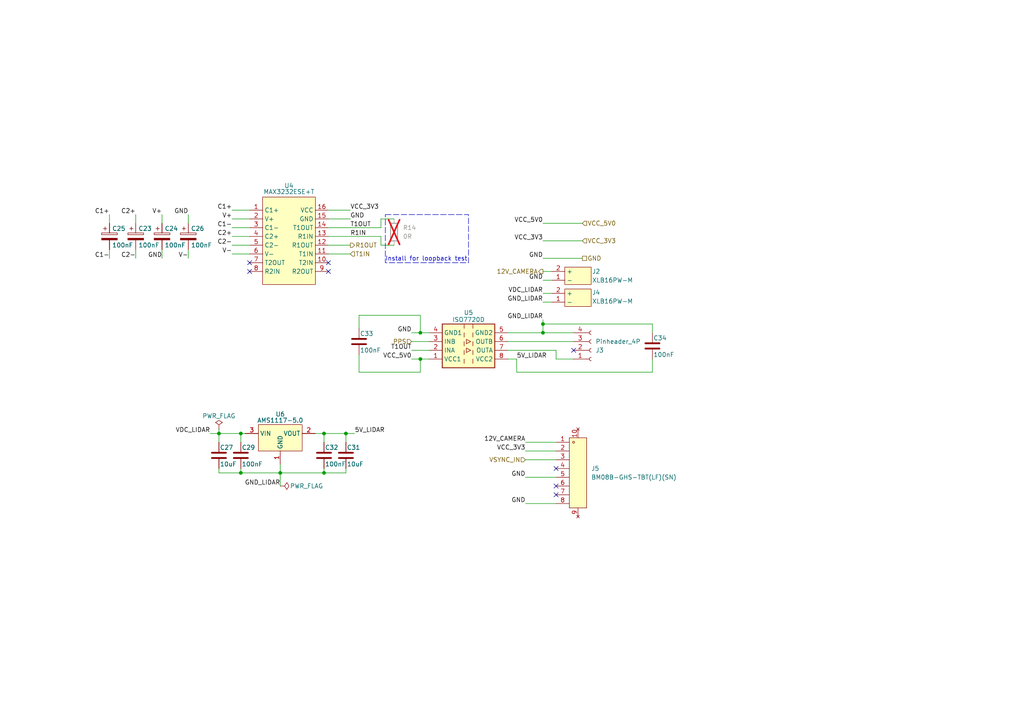
<source format=kicad_sch>
(kicad_sch (version 20250114) (generator "eeschema") (generator_version "9.0")
  (paper "A4")
  (lib_symbols
    (symbol "Connector:Conn_01x04_Socket" (pin_names (offset 1.016) (hide yes))
      (property "Reference" "J" (at 0 5.08 0))
      (property "Value" "Conn_01x04_Socket" (at 0 -7.62 0))
      (symbol "Conn_01x04_Socket_1_1"
        (polyline (pts (xy -1.27 2.54) (xy -0.508 2.54)) (stroke (width 0.1524)))
        (polyline (pts (xy -1.27 0) (xy -0.508 0)) (stroke (width 0.1524)))
        (polyline (pts (xy -1.27 -2.54) (xy -0.508 -2.54)) (stroke (width 0.1524)))
        (polyline (pts (xy -1.27 -5.08) (xy -0.508 -5.08)) (stroke (width 0.1524)))
        (arc (start 0 2.032) (mid -0.5058 2.54) (end 0 3.048) (stroke (width 0.1524)))
        (arc (start 0 -0.508) (mid -0.5058 0) (end 0 0.508) (stroke (width 0.1524)))
        (arc (start 0 -3.048) (mid -0.5058 -2.54) (end 0 -2.032) (stroke (width 0.1524)))
        (arc (start 0 -5.588) (mid -0.5058 -5.08) (end 0 -4.572) (stroke (width 0.1524)))
        (pin passive line (at -5.08 2.54 0) (length 3.81) (name "Pin_1") (number "1"))
        (pin passive line (at -5.08 0 0) (length 3.81) (name "Pin_2") (number "2"))
        (pin passive line (at -5.08 -2.54 0) (length 3.81) (name "Pin_3") (number "3"))
        (pin passive line (at -5.08 -5.08 0) (length 3.81) (name "Pin_4") (number "4"))
      )
    )
    (symbol "Device:C" (pin_numbers (hide yes)) (pin_names (offset 0.254))
      (property "Reference" "C" (at 0.635 2.54 0))
      (property "Value" "C" (at 0.635 -2.54 0))
      (symbol "C_0_1"
        (polyline (pts (xy -2.032 0.762) (xy 2.032 0.762)) (stroke (width 0.508)))
        (polyline (pts (xy -2.032 -0.762) (xy 2.032 -0.762)) (stroke (width 0.508)))
      )
      (symbol "C_1_1"
        (pin passive line (at 0 3.81 270) (length 2.794) (name "~") (number "1"))
        (pin passive line (at 0 -3.81 90) (length 2.794) (name "~") (number "2"))
      )
    )
    (symbol "Device:C_Polarized" (pin_numbers (hide yes)) (pin_names (offset 0.254))
      (property "Reference" "C" (at 0.635 2.54 0))
      (property "Value" "C_Polarized" (at 0.635 -2.54 0))
      (symbol "C_Polarized_0_1"
        (rectangle (start -2.286 0.508) (end 2.286 1.016))
        (polyline (pts (xy -1.778 2.286) (xy -0.762 2.286)))
        (polyline (pts (xy -1.27 2.794) (xy -1.27 1.778)))
        (rectangle (start 2.286 -0.508) (end -2.286 -1.016) (fill (type outline)))
      )
      (symbol "C_Polarized_1_1"
        (pin passive line (at 0 3.81 270) (length 2.794) (name "~") (number "1"))
        (pin passive line (at 0 -3.81 90) (length 2.794) (name "~") (number "2"))
      )
    )
    (symbol "Device:R" (pin_numbers (hide yes)) (pin_names (offset 0))
      (property "Reference" "R" (at 2.032 0 90))
      (property "Value" "R" (at 0 0 90))
      (symbol "R_0_1"
        (rectangle (start -1.016 -2.54) (end 1.016 2.54) (stroke (width 0.254)))
      )
      (symbol "R_1_1"
        (pin passive line (at 0 3.81 270) (length 1.27) (name "~") (number "1"))
        (pin passive line (at 0 -3.81 90) (length 1.27) (name "~") (number "2"))
      )
    )
    (symbol "lidar_camera_sync:AMS1117-5.0"
      (property "Reference" "U" (at 0 7.112 0))
      (property "Value" "AMS1117-5.0" (at 0 5.08 0))
      (symbol "AMS1117-5.0_0_0"
        (pin power_in line (at -10.16 1.27 0) (length 3.81) (name "VIN") (number "3"))
        (pin passive line (at 0 -7.62 90) (length 3.81) (name "GND") (number "1"))
      )
      (symbol "AMS1117-5.0_0_1"
        (rectangle (start -6.35 3.81) (end 6.35 -3.81) (fill (type background)))
      )
      (symbol "AMS1117-5.0_1_0"
        (pin power_out line (at 10.16 1.27 180) (length 3.81) (name "VOUT") (number "2"))
        (pin passive line (at 10.16 1.27 180) (length 3.81) (hide yes) (name "VOUT") (number "4"))
      )
    )
    (symbol "lidar_camera_sync:BM08B-GHS-TBT(LF)(SN)"
      (property "Reference" "J" (at 3.81 9.144 0))
      (property "Value" "BM08B-GHS-TBT(LF)(SN)" (at 15.494 7.112 0))
      (symbol "BM08B-GHS-TBT(LF)(SN)_0_0"
        (pin free line (at -6.35 8.89 0) (length 3.81) (name "") (number "1"))
        (pin free line (at -6.35 6.35 0) (length 3.81) (name "") (number "2"))
        (pin free line (at -6.35 3.81 0) (length 3.81) (name "") (number "3"))
        (pin free line (at -6.35 1.27 0) (length 3.81) (name "") (number "4"))
        (pin free line (at -6.35 -1.27 0) (length 3.81) (name "") (number "5"))
        (pin free line (at -6.35 -3.81 0) (length 3.81) (name "") (number "6"))
        (pin free line (at -6.35 -6.35 0) (length 3.81) (name "") (number "7"))
        (pin free line (at -6.35 -8.89 0) (length 3.81) (name "") (number "8"))
        (pin no_connect line (at 0 12.7 270) (length 2.54) (name "") (number "10"))
        (pin no_connect line (at 0 -12.7 90) (length 2.54) (name "") (number "9"))
      )
      (symbol "BM08B-GHS-TBT(LF)(SN)_0_1"
        (rectangle (start -2.54 10.16) (end 2.54 -10.16) (fill (type background)))
        (circle (center -1.27 8.89) (radius 0.2897) (fill (type color)))
      )
    )
    (symbol "lidar_camera_sync:ISO7720D"
      (property "Reference" "U" (at 0 9.652 0))
      (property "Value" "ISO7720D" (at 0 7.62 0))
      (symbol "ISO7720D_0_1"
        (rectangle (start -7.62 6.35) (end 7.62 -6.35) (stroke (width 0.254)) (fill (type background)))
        (polyline (pts (xy -1.27 5.08) (xy -1.27 3.81)))
        (polyline (pts (xy -1.27 2.54) (xy -1.27 1.27)))
        (polyline (pts (xy -1.27 0) (xy -1.27 -1.27)))
        (polyline (pts (xy -1.27 -2.54) (xy -1.27 -3.81)))
        (polyline (pts (xy -1.27 -5.08) (xy -1.27 -6.35)))
        (polyline (pts (xy -0.635 1.905) (xy -0.635 0.635) (xy 0.635 1.27) (xy -0.635 1.905)))
        (polyline (pts (xy -0.635 -0.635) (xy -0.635 -1.905) (xy 0.635 -1.27) (xy -0.635 -0.635)))
        (polyline (pts (xy 1.27 5.08) (xy 1.27 3.81)))
        (polyline (pts (xy 1.27 2.54) (xy 1.27 1.27)))
        (polyline (pts (xy 1.27 0) (xy 1.27 -1.27)))
        (polyline (pts (xy 1.27 -2.54) (xy 1.27 -3.81)))
        (polyline (pts (xy 1.27 -5.08) (xy 1.27 -6.35)))
      )
      (symbol "ISO7720D_1_1"
        (pin power_in line (at -11.43 3.81 0) (length 3.81) (name "VCC1") (number "1"))
        (pin input line (at -11.43 1.27 0) (length 3.81) (name "INA") (number "2"))
        (pin input line (at -11.43 -1.27 0) (length 3.81) (name "INB") (number "3"))
        (pin power_in line (at -11.43 -3.81 0) (length 3.81) (name "GND1") (number "4"))
        (pin power_in line (at 11.43 3.81 180) (length 3.81) (name "VCC2") (number "8"))
        (pin output line (at 11.43 1.27 180) (length 3.81) (name "OUTA") (number "7"))
        (pin output line (at 11.43 -1.27 180) (length 3.81) (name "OUTB") (number "6"))
        (pin power_in line (at 11.43 -3.81 180) (length 3.81) (name "GND2") (number "5"))
      )
    )
    (symbol "lidar_camera_sync:MAX3232ESE+T"
      (property "Reference" "U" (at -7.112 15.748 0))
      (property "Value" "MAX3232ESE+T" (at -0.508 13.716 0))
      (symbol "MAX3232ESE+T_0_0"
        (pin passive line (at -11.43 8.89 0) (length 3.81) (name "C1+") (number "1"))
        (pin power_out line (at -11.43 6.35 0) (length 3.81) (name "V+") (number "2"))
        (pin passive line (at -11.43 3.81 0) (length 3.81) (name "C1-") (number "3"))
        (pin passive line (at -11.43 1.27 0) (length 3.81) (name "C2+") (number "4"))
        (pin passive line (at -11.43 -1.27 0) (length 3.81) (name "C2-") (number "5"))
        (pin passive line (at -11.43 -3.81 0) (length 3.81) (name "V-") (number "6"))
        (pin output line (at -11.43 -6.35 0) (length 3.81) (name "T2OUT") (number "7"))
        (pin input line (at -11.43 -8.89 0) (length 3.81) (name "R2IN") (number "8"))
        (pin power_in line (at 11.43 8.89 180) (length 3.81) (name "VCC") (number "16"))
        (pin passive line (at 11.43 6.35 180) (length 3.81) (name "GND") (number "15"))
        (pin input line (at 11.43 3.81 180) (length 3.81) (name "T1OUT") (number "14"))
        (pin input line (at 11.43 1.27 180) (length 3.81) (name "R1IN") (number "13"))
        (pin output line (at 11.43 -1.27 180) (length 3.81) (name "R1OUT") (number "12"))
        (pin input line (at 11.43 -3.81 180) (length 3.81) (name "T1IN") (number "11"))
        (pin input line (at 11.43 -6.35 180) (length 3.81) (name "T2IN") (number "10"))
        (pin output line (at 11.43 -8.89 180) (length 3.81) (name "R2OUT") (number "9"))
      )
      (symbol "MAX3232ESE+T_0_1"
        (rectangle (start -7.62 12.7) (end 7.62 -12.7) (fill (type background)))
      )
    )
    (symbol "lidar_camera_sync:XLB16PW-M"
      (property "Reference" "J" (at 0 5.588 0))
      (property "Value" "XLB16PW-M" (at 0 3.81 0))
      (symbol "XLB16PW-M_0_1"
        (rectangle (start -3.81 2.54) (end 3.81 -2.54) (fill (type background)))
      )
      (symbol "XLB16PW-M_1_0"
        (pin free line (at -7.62 1.27 0) (length 3.81) (name "+") (number "2"))
        (pin free line (at -7.62 -1.27 0) (length 3.81) (name "-") (number "1"))
      )
    )
    (symbol "power:PWR_FLAG" (power) (pin_numbers (hide yes)) (pin_names (offset 0) (hide yes))
      (property "Value" "PWR_FLAG" (at 0 3.81 0))
      (symbol "PWR_FLAG_0_0"
        (pin power_out line (at 0 0 90) (length 0) (name "~") (number "1"))
      )
      (symbol "PWR_FLAG_0_1"
        (polyline (pts (xy 0 0) (xy 0 1.27) (xy -1.016 1.905) (xy 0 2.54) (xy 1.016 1.905) (xy 0 1.27)))
      )
    )
  )
  (rectangle (start 111.76 62.23) (end 135.89 76.2) (stroke (width 0) (type dash)))
  (text "Install for loopback test" (at 111.76 74.422 0) (effects (font (size 1.27 1.27)) (justify left top)))
  (junction (at 93.98 125.73))
  (junction (at 93.98 137.16))
  (junction (at 100.33 125.73))
  (junction (at 81.28 137.16))
  (junction (at 69.85 137.16))
  (junction (at 121.92 104.14))
  (junction (at 63.5 125.73))
  (junction (at 69.85 125.73))
  (junction (at 157.48 96.52))
  (junction (at 157.48 93.98))
  (junction (at 121.92 96.52))
  (no_connect (at 166.37 101.6))
  (no_connect (at 95.25 78.74))
  (no_connect (at 72.39 76.2))
  (no_connect (at 72.39 78.74))
  (no_connect (at 161.29 143.51))
  (no_connect (at 161.29 135.89))
  (no_connect (at 161.29 140.97))
  (no_connect (at 95.25 76.2))
  (wire (pts (xy 81.28 137.16) (xy 81.28 140.97)))
  (wire (pts (xy 161.29 101.6) (xy 161.29 104.14)))
  (wire (pts (xy 121.92 107.95) (xy 121.92 104.14)))
  (wire (pts (xy 119.38 101.6) (xy 124.46 101.6)))
  (wire (pts (xy 63.5 125.73) (xy 69.85 125.73)))
  (wire (pts (xy 60.96 125.73) (xy 63.5 125.73)))
  (wire (pts (xy 157.48 96.52) (xy 166.37 96.52)))
  (wire (pts (xy 189.23 96.52) (xy 189.23 93.98)))
  (wire (pts (xy 93.98 125.73) (xy 93.98 128.27)))
  (wire (pts (xy 63.5 125.73) (xy 63.5 128.27)))
  (wire (pts (xy 157.48 81.28) (xy 160.02 81.28)))
  (wire (pts (xy 46.99 62.23) (xy 46.99 64.77)))
  (wire (pts (xy 100.33 125.73) (xy 93.98 125.73)))
  (wire (pts (xy 100.33 135.89) (xy 100.33 137.16)))
  (wire (pts (xy 119.38 104.14) (xy 121.92 104.14)))
  (wire (pts (xy 121.92 104.14) (xy 124.46 104.14)))
  (wire (pts (xy 161.29 104.14) (xy 166.37 104.14)))
  (wire (pts (xy 104.14 107.95) (xy 121.92 107.95)))
  (wire (pts (xy 157.48 64.77) (xy 168.91 64.77)))
  (wire (pts (xy 93.98 135.89) (xy 93.98 137.16)))
  (wire (pts (xy 152.4 138.43) (xy 161.29 138.43)))
  (wire (pts (xy 93.98 125.73) (xy 91.44 125.73)))
  (wire (pts (xy 67.31 63.5) (xy 72.39 63.5)))
  (wire (pts (xy 67.31 73.66) (xy 72.39 73.66)))
  (wire (pts (xy 95.25 71.12) (xy 101.6 71.12)))
  (wire (pts (xy 152.4 133.35) (xy 161.29 133.35)))
  (wire (pts (xy 104.14 91.44) (xy 121.92 91.44)))
  (wire (pts (xy 149.86 107.95) (xy 149.86 104.14)))
  (wire (pts (xy 119.38 96.52) (xy 121.92 96.52)))
  (wire (pts (xy 104.14 102.87) (xy 104.14 107.95)))
  (wire (pts (xy 31.75 74.93) (xy 31.75 72.39)))
  (wire (pts (xy 102.87 125.73) (xy 100.33 125.73)))
  (wire (pts (xy 69.85 137.16) (xy 81.28 137.16)))
  (wire (pts (xy 157.48 93.98) (xy 189.23 93.98)))
  (wire (pts (xy 81.28 134.62) (xy 81.28 137.16)))
  (wire (pts (xy 152.4 130.81) (xy 161.29 130.81)))
  (wire (pts (xy 95.25 66.04) (xy 110.49 66.04)))
  (wire (pts (xy 121.92 91.44) (xy 121.92 96.52)))
  (wire (pts (xy 157.48 69.85) (xy 168.91 69.85)))
  (wire (pts (xy 157.48 87.63) (xy 160.02 87.63)))
  (wire (pts (xy 157.48 74.93) (xy 168.91 74.93)))
  (wire (pts (xy 54.61 62.23) (xy 54.61 64.77)))
  (wire (pts (xy 67.31 60.96) (xy 72.39 60.96)))
  (wire (pts (xy 95.25 60.96) (xy 101.6 60.96)))
  (wire (pts (xy 147.32 99.06) (xy 166.37 99.06)))
  (wire (pts (xy 189.23 104.14) (xy 189.23 107.95)))
  (wire (pts (xy 189.23 107.95) (xy 149.86 107.95)))
  (wire (pts (xy 121.92 96.52) (xy 124.46 96.52)))
  (wire (pts (xy 93.98 137.16) (xy 81.28 137.16)))
  (wire (pts (xy 147.32 96.52) (xy 157.48 96.52)))
  (wire (pts (xy 119.38 99.06) (xy 124.46 99.06)))
  (wire (pts (xy 147.32 104.14) (xy 149.86 104.14)))
  (wire (pts (xy 46.99 72.39) (xy 46.99 74.93)))
  (wire (pts (xy 152.4 128.27) (xy 161.29 128.27)))
  (wire (pts (xy 69.85 135.89) (xy 69.85 137.16)))
  (wire (pts (xy 63.5 135.89) (xy 63.5 137.16)))
  (wire (pts (xy 69.85 125.73) (xy 71.12 125.73)))
  (wire (pts (xy 157.48 93.98) (xy 157.48 96.52)))
  (wire (pts (xy 67.31 71.12) (xy 72.39 71.12)))
  (wire (pts (xy 95.25 73.66) (xy 101.6 73.66)))
  (wire (pts (xy 95.25 68.58) (xy 110.49 68.58)))
  (wire (pts (xy 152.4 146.05) (xy 161.29 146.05)))
  (wire (pts (xy 39.37 74.93) (xy 39.37 72.39)))
  (wire (pts (xy 157.48 85.09) (xy 160.02 85.09)))
  (wire (pts (xy 100.33 128.27) (xy 100.33 125.73)))
  (wire (pts (xy 104.14 95.25) (xy 104.14 91.44)))
  (wire (pts (xy 114.3 63.5) (xy 110.49 63.5)))
  (wire (pts (xy 69.85 125.73) (xy 69.85 128.27)))
  (wire (pts (xy 67.31 66.04) (xy 72.39 66.04)))
  (wire (pts (xy 110.49 63.5) (xy 110.49 66.04)))
  (wire (pts (xy 31.75 62.23) (xy 31.75 64.77)))
  (wire (pts (xy 147.32 101.6) (xy 161.29 101.6)))
  (wire (pts (xy 100.33 137.16) (xy 93.98 137.16)))
  (wire (pts (xy 157.48 92.71) (xy 157.48 93.98)))
  (wire (pts (xy 39.37 62.23) (xy 39.37 64.77)))
  (wire (pts (xy 114.3 71.12) (xy 110.49 71.12)))
  (wire (pts (xy 110.49 71.12) (xy 110.49 68.58)))
  (wire (pts (xy 67.31 68.58) (xy 72.39 68.58)))
  (wire (pts (xy 63.5 137.16) (xy 69.85 137.16)))
  (wire (pts (xy 63.5 124.46) (xy 63.5 125.73)))
  (wire (pts (xy 54.61 72.39) (xy 54.61 74.93)))
  (wire (pts (xy 95.25 63.5) (xy 101.6 63.5)))
  (wire (pts (xy 157.48 78.74) (xy 160.02 78.74)))
  (label "5V_LIDAR" (at 149.86 104.14 0))
  (label "R1IN" (at 101.6 68.58 0))
  (label "V+" (at 46.99 62.23 180))
  (label "VDC_LIDAR" (at 60.96 125.73 180))
  (label "GND" (at 119.38 96.52 180))
  (label "GND_LIDAR" (at 157.48 92.71 180))
  (label "C1+" (at 67.31 60.96 180))
  (label "GND" (at 157.48 74.93 180))
  (label "T1OUT" (at 119.38 101.6 180))
  (label "T1OUT" (at 101.6 66.04 0))
  (label "C2+" (at 67.31 68.58 180))
  (label "12V_CAMERA" (at 152.4 128.27 180))
  (label "C1-" (at 31.75 74.93 180))
  (label "V+" (at 67.31 63.5 180))
  (label "GND" (at 152.4 138.43 180))
  (label "C1+" (at 31.75 62.23 180))
  (label "GND_LIDAR" (at 157.48 87.63 180))
  (label "VDC_LIDAR" (at 157.48 85.09 180))
  (label "V-" (at 67.31 73.66 180))
  (label "GND" (at 152.4 146.05 180))
  (label "V-" (at 54.61 74.93 180))
  (label "5V_LIDAR" (at 102.87 125.73 0))
  (label "GND" (at 101.6 63.5 0))
  (label "VCC_3V3" (at 101.6 60.96 0))
  (label "VCC_5V0" (at 119.38 104.14 180))
  (label "GND" (at 157.48 81.28 180))
  (label "VCC_3V3" (at 157.48 69.85 180))
  (label "GND" (at 46.99 74.93 180))
  (label "GND_LIDAR" (at 81.28 140.97 180))
  (label "C2-" (at 67.31 71.12 180))
  (label "VCC_3V3" (at 152.4 130.81 180))
  (label "VCC_5V0" (at 157.48 64.77 180))
  (label "C1-" (at 67.31 66.04 180))
  (label "GND" (at 54.61 62.23 180))
  (label "C2-" (at 39.37 74.93 180))
  (label "C2+" (at 39.37 62.23 180))
  (hierarchical_label "VCC_5V0" (shape input) (at 168.91 64.77 0))
  (hierarchical_label "PPS" (shape input) (at 119.38 99.06 180))
  (hierarchical_label "12V_CAMERA" (shape output) (at 157.48 78.74 180))
  (hierarchical_label "VCC_3V3" (shape input) (at 168.91 69.85 0))
  (hierarchical_label "VSYNC_IN" (shape input) (at 152.4 133.35 180))
  (hierarchical_label "R1OUT" (shape output) (at 101.6 71.12 0))
  (hierarchical_label "GND" (shape passive) (at 168.91 74.93 0))
  (hierarchical_label "T1IN" (shape input) (at 101.6 73.66 0))
  (symbol (lib_id "Device:C") (at 93.98 132.08 0) (unit 1)
    (property "Reference" "C32" (at 94.234 129.794 0) (effects (justify left)))
    (property "Value" "100nF" (at 94.234 134.62 0) (effects (justify left)))
    (property "Description" "Unpolarized capacitor" (effects (hide yes)))
  )
  (symbol (lib_id "Device:C") (at 104.14 99.06 0) (unit 1)
    (property "Reference" "C33" (at 104.394 96.774 0) (effects (justify left)))
    (property "Value" "100nF" (at 104.394 101.6 0) (effects (justify left)))
    (property "Description" "Unpolarized capacitor" (effects (hide yes)))
  )
  (symbol (lib_id "power:PWR_FLAG") (at 63.5 124.46 0) (unit 1)
    (property "Reference" "#FLG01" (effects (hide yes)))
    (property "Value" "PWR_FLAG" (at 63.5 120.65 0))
    (property "Description" "Special symbol for telling ERC where power comes from" (effects (hide yes)))
  )
  (symbol (lib_id "Device:C") (at 69.85 132.08 0) (unit 1)
    (property "Reference" "C29" (at 70.104 129.794 0) (effects (justify left)))
    (property "Value" "100nF" (at 70.104 134.62 0) (effects (justify left)))
    (property "Description" "Unpolarized capacitor" (effects (hide yes)))
  )
  (symbol (lib_id "power:PWR_FLAG") (at 81.28 140.97 270) (unit 1)
    (property "Reference" "#FLG04" (effects (hide yes)))
    (property "Value" "PWR_FLAG" (at 84.074 140.97 90) (effects (justify left)))
    (property "Description" "Special symbol for telling ERC where power comes from" (effects (hide yes)))
  )
  (symbol (lib_id "lidar_camera_sync:ISO7720D") (at 135.89 100.33 0) (mirror x) (unit 1)
    (property "Reference" "U5" (at 135.89 90.678 0))
    (property "Value" "ISO7720D" (at 135.89 92.71 0))
  )
  (symbol (lib_id "Device:R") (at 114.3 67.31 0) (unit 1) (dnp yes)
    (property "Reference" "R14" (at 116.84 66.0399 0) (effects (justify left)))
    (property "Value" "0R" (at 116.84 68.5799 0) (effects (justify left)))
    (property "Description" "Resistor" (effects (hide yes)))
  )
  (symbol (lib_id "lidar_camera_sync:XLB16PW-M") (at 167.64 80.01 0) (unit 1)
    (property "Reference" "J2" (at 171.704 78.74 0) (effects (justify left)))
    (property "Value" "XLB16PW-M" (at 171.704 81.28 0) (effects (justify left)))
  )
  (symbol (lib_id "Device:C") (at 100.33 132.08 0) (unit 1)
    (property "Reference" "C31" (at 100.584 129.794 0) (effects (justify left)))
    (property "Value" "10uF" (at 100.584 134.62 0) (effects (justify left)))
    (property "Description" "Unpolarized capacitor" (effects (hide yes)))
  )
  (symbol (lib_id "Connector:Conn_01x04_Socket") (at 171.45 101.6 0) (mirror x) (unit 1)
    (property "Reference" "J3" (at 172.72 101.6001 0) (effects (justify left)))
    (property "Value" "Pinheader_4P" (at 172.72 99.0601 0) (effects (justify left)))
    (property "Description" "Generic connector, single row, 01x04, script generated" (effects (hide yes)))
  )
  (symbol (lib_id "lidar_camera_sync:XLB16PW-M") (at 167.64 86.36 0) (unit 1)
    (property "Reference" "J4" (at 171.704 84.836 0) (effects (justify left)))
    (property "Value" "XLB16PW-M" (at 171.704 87.376 0) (effects (justify left)))
  )
  (symbol (lib_id "Device:C_Polarized") (at 46.99 68.58 0) (unit 1)
    (property "Reference" "C24" (at 47.752 66.294 0) (effects (justify left)))
    (property "Value" "100nF" (at 47.752 71.12 0) (effects (justify left)))
    (property "Description" "Polarized capacitor" (effects (hide yes)))
  )
  (symbol (lib_id "lidar_camera_sync:BM08B-GHS-TBT(LF)(SN)") (at 167.64 137.16 0) (unit 1)
    (property "Reference" "J5" (at 171.45 135.8899 0) (effects (justify left)))
    (property "Value" "BM08B-GHS-TBT(LF)(SN)" (at 171.45 138.4299 0) (effects (justify left)))
    (property "品牌" "JST" (effects (hide yes)))
  )
  (symbol (lib_id "Device:C_Polarized") (at 54.61 68.58 0) (unit 1)
    (property "Reference" "C26" (at 55.372 66.294 0) (effects (justify left)))
    (property "Value" "100nF" (at 55.372 71.12 0) (effects (justify left)))
    (property "Description" "Polarized capacitor" (effects (hide yes)))
  )
  (symbol (lib_id "Device:C") (at 189.23 100.33 0) (unit 1)
    (property "Reference" "C34" (at 189.484 98.044 0) (effects (justify left)))
    (property "Value" "100nF" (at 189.484 102.87 0) (effects (justify left)))
    (property "Description" "Unpolarized capacitor" (effects (hide yes)))
  )
  (symbol (lib_id "Device:C_Polarized") (at 31.75 68.58 0) (unit 1)
    (property "Reference" "C25" (at 32.512 66.294 0) (effects (justify left)))
    (property "Value" "100nF" (at 32.512 71.12 0) (effects (justify left)))
    (property "Description" "Polarized capacitor" (effects (hide yes)))
  )
  (symbol (lib_id "lidar_camera_sync:AMS1117-5.0") (at 81.28 127 0) (unit 1)
    (property "Reference" "U6" (at 81.28 120.142 0))
    (property "Value" "AMS1117-5.0" (at 81.28 121.92 0))
  )
  (symbol (lib_id "lidar_camera_sync:MAX3232ESE+T") (at 83.82 69.85 0) (unit 1)
    (property "Reference" "U4" (at 83.82 53.848 0))
    (property "Value" "MAX3232ESE+T" (at 83.82 55.626 0))
  )
  (symbol (lib_id "Device:C") (at 63.5 132.08 0) (unit 1)
    (property "Reference" "C27" (at 63.754 129.794 0) (effects (justify left)))
    (property "Value" "10uF" (at 63.754 134.62 0) (effects (justify left)))
    (property "Description" "Unpolarized capacitor" (effects (hide yes)))
  )
  (symbol (lib_id "Device:C_Polarized") (at 39.37 68.58 0) (unit 1)
    (property "Reference" "C23" (at 40.132 66.294 0) (effects (justify left)))
    (property "Value" "100nF" (at 40.132 71.12 0) (effects (justify left)))
    (property "Description" "Polarized capacitor" (effects (hide yes)))
  )
)
</source>
